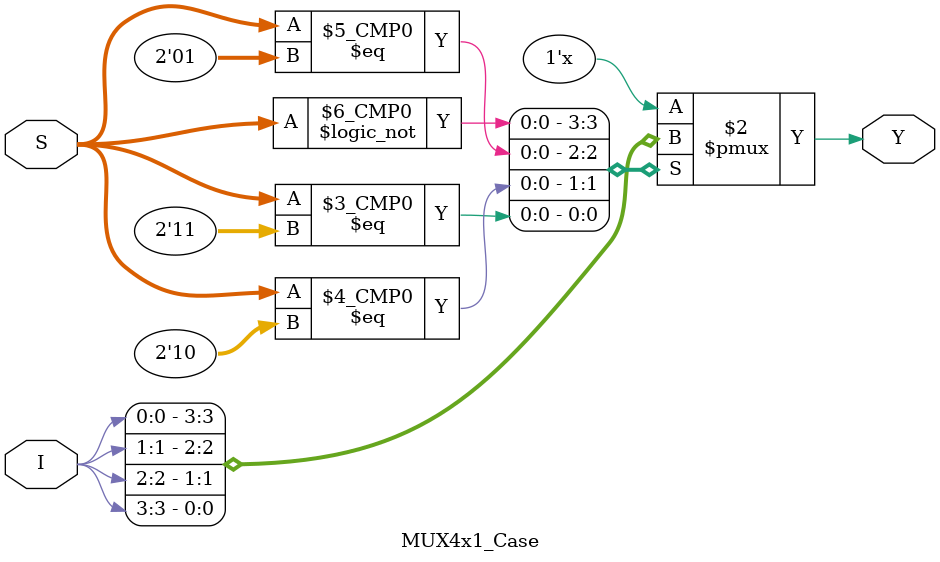
<source format=v>
/*  Circuitos Digitales 1
    I ciclo 2022  
Pablo Duran Segura
**Este código es una adaptación de un programa brindado por Geovanny Delgado Cascante**/

// El presente programa describe un multiplexor 4x1 con sentencia Case 

module MUX4x1_Case  (  input [3:0] I ,      //Entradas de datos 
                        input [1:0] S,     //Lineas de seleccion
                        output reg Y);    //Salida del multiplexor



always @ (*)    //Se evaluan todas las combinaciones de la entrada S
    case  (S)
        2'd0 : Y = I[0];   //Asigna la entrada 0 en Y si S=00
        2'd1 : Y = I[1];   //Asigna la entrada 1 en Y si S=01
        2'd2 : Y = I[2];   //Asigna la entrada 2 en Y si S=10
        2'd3 : Y = I[3];   //Asigna la entrada 3 en Y si S=11
    endcase

endmodule



</source>
